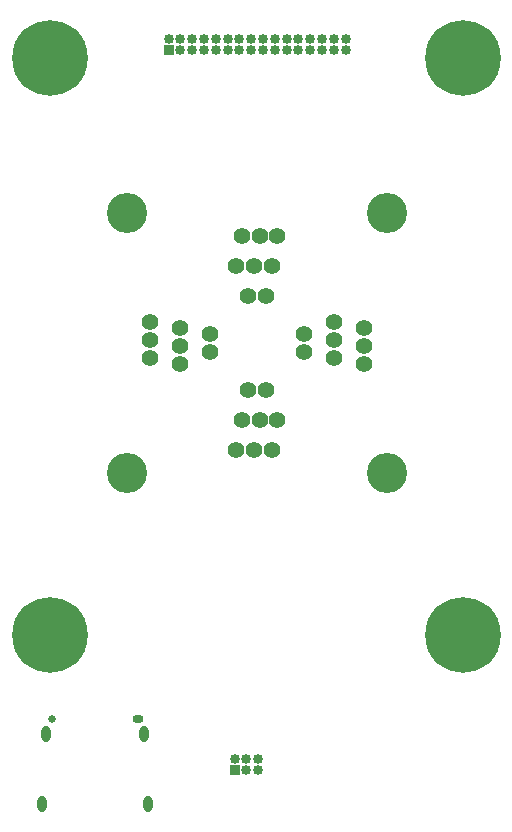
<source format=gbr>
%TF.GenerationSoftware,KiCad,Pcbnew,(5.1.7)-1*%
%TF.CreationDate,2021-11-27T18:52:13+01:00*%
%TF.ProjectId,SFP-32 Clampshell,5346502d-3332-4204-936c-616d70736865,rev?*%
%TF.SameCoordinates,Original*%
%TF.FileFunction,Soldermask,Bot*%
%TF.FilePolarity,Negative*%
%FSLAX46Y46*%
G04 Gerber Fmt 4.6, Leading zero omitted, Abs format (unit mm)*
G04 Created by KiCad (PCBNEW (5.1.7)-1) date 2021-11-27 18:52:13*
%MOMM*%
%LPD*%
G01*
G04 APERTURE LIST*
%ADD10C,0.800000*%
%ADD11C,6.400000*%
%ADD12O,0.850000X0.850000*%
%ADD13R,0.850000X0.850000*%
%ADD14C,0.650000*%
%ADD15O,0.950000X0.650000*%
%ADD16O,0.800000X1.400000*%
%ADD17C,3.400000*%
%ADD18C,1.400000*%
G04 APERTURE END LIST*
D10*
%TO.C,M3*%
X134412056Y-81487944D03*
X132715000Y-80785000D03*
X131017944Y-81487944D03*
X130315000Y-83185000D03*
X131017944Y-84882056D03*
X132715000Y-85585000D03*
X134412056Y-84882056D03*
X135115000Y-83185000D03*
D11*
X132715000Y-83185000D03*
%TD*%
%TO.C,M3*%
X167640000Y-83185000D03*
D10*
X170040000Y-83185000D03*
X169337056Y-84882056D03*
X167640000Y-85585000D03*
X165942944Y-84882056D03*
X165240000Y-83185000D03*
X165942944Y-81487944D03*
X167640000Y-80785000D03*
X169337056Y-81487944D03*
%TD*%
D11*
%TO.C,M3*%
X132715000Y-34290000D03*
D10*
X135115000Y-34290000D03*
X134412056Y-35987056D03*
X132715000Y-36690000D03*
X131017944Y-35987056D03*
X130315000Y-34290000D03*
X131017944Y-32592944D03*
X132715000Y-31890000D03*
X134412056Y-32592944D03*
%TD*%
%TO.C,M3*%
X169337056Y-32592944D03*
X167640000Y-31890000D03*
X165942944Y-32592944D03*
X165240000Y-34290000D03*
X165942944Y-35987056D03*
X167640000Y-36690000D03*
X169337056Y-35987056D03*
X170040000Y-34290000D03*
D11*
X167640000Y-34290000D03*
%TD*%
D12*
%TO.C,J3*%
X150336000Y-93615000D03*
X150336000Y-94615000D03*
X149336000Y-93615000D03*
X149336000Y-94615000D03*
X148336000Y-93615000D03*
D13*
X148336000Y-94615000D03*
%TD*%
D14*
%TO.C,J2*%
X132925000Y-90255000D03*
D15*
X140125000Y-90255000D03*
D16*
X132035000Y-97455000D03*
X141015000Y-97455000D03*
X140655000Y-91505000D03*
X132395000Y-91505000D03*
%TD*%
D17*
%TO.C,U1*%
X139224999Y-47420000D03*
X139224999Y-69420000D03*
X161224999Y-69420000D03*
X161224999Y-47420000D03*
D18*
X143684999Y-60170000D03*
X141144999Y-59670000D03*
X146224999Y-59170000D03*
X143684999Y-58670000D03*
X141144999Y-58170000D03*
X146224999Y-57670000D03*
X143684999Y-57170000D03*
X141144999Y-56670000D03*
X148474999Y-51880000D03*
X148974999Y-49340000D03*
X149474999Y-54420000D03*
X149974999Y-51880000D03*
X150474999Y-49340000D03*
X150974999Y-54420000D03*
X151474999Y-51880000D03*
X151974999Y-49340000D03*
X156764999Y-56670000D03*
X159304999Y-57170000D03*
X154224999Y-57670000D03*
X156764999Y-58170000D03*
X159304999Y-58670000D03*
X154224999Y-59170000D03*
X156764999Y-59670000D03*
X159304999Y-60170000D03*
X151974999Y-64960000D03*
X151474999Y-67500000D03*
X150974999Y-62420000D03*
X150474999Y-64960000D03*
X149974999Y-67500000D03*
X149474999Y-62420000D03*
X148974999Y-64960000D03*
X148474999Y-67500000D03*
%TD*%
D12*
%TO.C,J1*%
X157748000Y-32655000D03*
X157748000Y-33655000D03*
X156748000Y-32655000D03*
X156748000Y-33655000D03*
X155748000Y-32655000D03*
X155748000Y-33655000D03*
X154748000Y-32655000D03*
X154748000Y-33655000D03*
X153748000Y-32655000D03*
X153748000Y-33655000D03*
X152748000Y-32655000D03*
X152748000Y-33655000D03*
X151748000Y-32655000D03*
X151748000Y-33655000D03*
X150748000Y-32655000D03*
X150748000Y-33655000D03*
X149748000Y-32655000D03*
X149748000Y-33655000D03*
X148748000Y-32655000D03*
X148748000Y-33655000D03*
X147748000Y-32655000D03*
X147748000Y-33655000D03*
X146748000Y-32655000D03*
X146748000Y-33655000D03*
X145748000Y-32655000D03*
X145748000Y-33655000D03*
X144748000Y-32655000D03*
X144748000Y-33655000D03*
X143748000Y-32655000D03*
X143748000Y-33655000D03*
X142748000Y-32655000D03*
D13*
X142748000Y-33655000D03*
%TD*%
M02*

</source>
